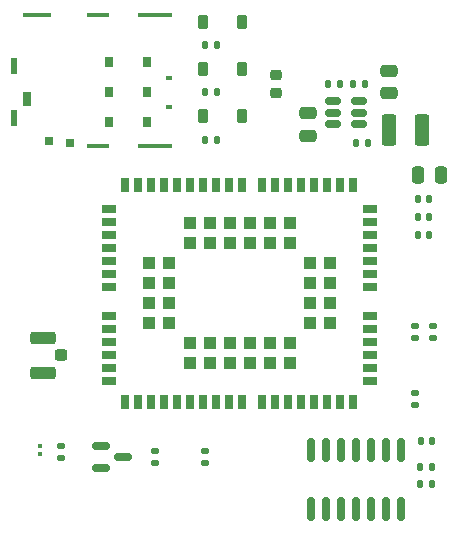
<source format=gbr>
%TF.GenerationSoftware,KiCad,Pcbnew,9.0.6*%
%TF.CreationDate,2025-12-31T00:22:08+05:30*%
%TF.ProjectId,c16qs-carrier-board,63313671-732d-4636-9172-726965722d62,rev?*%
%TF.SameCoordinates,Original*%
%TF.FileFunction,Paste,Top*%
%TF.FilePolarity,Positive*%
%FSLAX46Y46*%
G04 Gerber Fmt 4.6, Leading zero omitted, Abs format (unit mm)*
G04 Created by KiCad (PCBNEW 9.0.6) date 2025-12-31 00:22:08*
%MOMM*%
%LPD*%
G01*
G04 APERTURE LIST*
G04 Aperture macros list*
%AMRoundRect*
0 Rectangle with rounded corners*
0 $1 Rounding radius*
0 $2 $3 $4 $5 $6 $7 $8 $9 X,Y pos of 4 corners*
0 Add a 4 corners polygon primitive as box body*
4,1,4,$2,$3,$4,$5,$6,$7,$8,$9,$2,$3,0*
0 Add four circle primitives for the rounded corners*
1,1,$1+$1,$2,$3*
1,1,$1+$1,$4,$5*
1,1,$1+$1,$6,$7*
1,1,$1+$1,$8,$9*
0 Add four rect primitives between the rounded corners*
20,1,$1+$1,$2,$3,$4,$5,0*
20,1,$1+$1,$4,$5,$6,$7,0*
20,1,$1+$1,$6,$7,$8,$9,0*
20,1,$1+$1,$8,$9,$2,$3,0*%
G04 Aperture macros list end*
%ADD10RoundRect,0.135000X-0.185000X0.135000X-0.185000X-0.135000X0.185000X-0.135000X0.185000X0.135000X0*%
%ADD11RoundRect,0.225000X-0.250000X0.225000X-0.250000X-0.225000X0.250000X-0.225000X0.250000X0.225000X0*%
%ADD12RoundRect,0.140000X-0.140000X-0.170000X0.140000X-0.170000X0.140000X0.170000X-0.140000X0.170000X0*%
%ADD13RoundRect,0.250000X0.475000X-0.250000X0.475000X0.250000X-0.475000X0.250000X-0.475000X-0.250000X0*%
%ADD14RoundRect,0.135000X0.135000X0.185000X-0.135000X0.185000X-0.135000X-0.185000X0.135000X-0.185000X0*%
%ADD15RoundRect,0.150000X0.512500X0.150000X-0.512500X0.150000X-0.512500X-0.150000X0.512500X-0.150000X0*%
%ADD16RoundRect,0.135000X-0.135000X-0.185000X0.135000X-0.185000X0.135000X0.185000X-0.135000X0.185000X0*%
%ADD17RoundRect,0.250000X-0.375000X-1.075000X0.375000X-1.075000X0.375000X1.075000X-0.375000X1.075000X0*%
%ADD18RoundRect,0.150000X-0.587500X-0.150000X0.587500X-0.150000X0.587500X0.150000X-0.587500X0.150000X0*%
%ADD19RoundRect,0.250000X0.275000X0.250000X-0.275000X0.250000X-0.275000X-0.250000X0.275000X-0.250000X0*%
%ADD20RoundRect,0.250000X0.850000X0.275000X-0.850000X0.275000X-0.850000X-0.275000X0.850000X-0.275000X0*%
%ADD21RoundRect,0.225000X-0.225000X-0.375000X0.225000X-0.375000X0.225000X0.375000X-0.225000X0.375000X0*%
%ADD22RoundRect,0.150000X-0.150000X0.825000X-0.150000X-0.825000X0.150000X-0.825000X0.150000X0.825000X0*%
%ADD23RoundRect,0.140000X-0.170000X0.140000X-0.170000X-0.140000X0.170000X-0.140000X0.170000X0.140000X0*%
%ADD24RoundRect,0.079500X-0.100500X0.079500X-0.100500X-0.079500X0.100500X-0.079500X0.100500X0.079500X0*%
%ADD25R,0.700000X0.900000*%
%ADD26R,0.700000X0.700000*%
%ADD27R,0.650000X1.200000*%
%ADD28R,2.900000X0.450000*%
%ADD29R,1.900000X0.450000*%
%ADD30R,2.400000X0.450000*%
%ADD31R,0.500000X1.400000*%
%ADD32R,0.600000X0.300000*%
%ADD33R,0.700000X0.750000*%
%ADD34RoundRect,0.135000X0.185000X-0.135000X0.185000X0.135000X-0.185000X0.135000X-0.185000X-0.135000X0*%
%ADD35R,0.700000X1.150000*%
%ADD36R,1.150000X0.700000*%
%ADD37R,1.000000X1.000000*%
%ADD38RoundRect,0.250000X-0.250000X-0.475000X0.250000X-0.475000X0.250000X0.475000X-0.250000X0.475000X0*%
G04 APERTURE END LIST*
D10*
%TO.C,R11*%
X123250000Y-91340000D03*
X123250000Y-92360000D03*
%TD*%
D11*
%TO.C,C10*%
X133500000Y-59525000D03*
X133500000Y-61075000D03*
%TD*%
D10*
%TO.C,R10*%
X115350000Y-90940000D03*
X115350000Y-91960000D03*
%TD*%
D12*
%TO.C,C6*%
X140320000Y-65250000D03*
X141280000Y-65250000D03*
%TD*%
D10*
%TO.C,R2*%
X146800000Y-80740000D03*
X146800000Y-81760000D03*
%TD*%
D12*
%TO.C,C9*%
X145770000Y-90550000D03*
X146730000Y-90550000D03*
%TD*%
D13*
%TO.C,C7*%
X143050000Y-61050000D03*
X143050000Y-59150000D03*
%TD*%
D14*
%TO.C,R4*%
X138910000Y-60250000D03*
X137890000Y-60250000D03*
%TD*%
D12*
%TO.C,C4*%
X145520000Y-73100000D03*
X146480000Y-73100000D03*
%TD*%
D15*
%TO.C,U3*%
X140587500Y-63650000D03*
X140587500Y-62700000D03*
X140587500Y-61750000D03*
X138312500Y-61750000D03*
X138312500Y-62700000D03*
X138312500Y-63650000D03*
%TD*%
D16*
%TO.C,R5*%
X145740000Y-94150000D03*
X146760000Y-94150000D03*
%TD*%
D10*
%TO.C,R1*%
X145250000Y-80790000D03*
X145250000Y-81810000D03*
%TD*%
D17*
%TO.C,L1*%
X143050000Y-64150000D03*
X145850000Y-64150000D03*
%TD*%
D18*
%TO.C,Q1*%
X118712500Y-90900000D03*
X118712500Y-92800000D03*
X120587500Y-91850000D03*
%TD*%
D16*
%TO.C,R9*%
X127490000Y-65000000D03*
X128510000Y-65000000D03*
%TD*%
%TO.C,R7*%
X127490000Y-57000000D03*
X128510000Y-57000000D03*
%TD*%
D13*
%TO.C,C5*%
X136200000Y-64650000D03*
X136200000Y-62750000D03*
%TD*%
D12*
%TO.C,C2*%
X145520000Y-70050000D03*
X146480000Y-70050000D03*
%TD*%
D19*
%TO.C,J_RF1*%
X115280000Y-83250000D03*
D20*
X113755000Y-84725000D03*
X113755000Y-81775000D03*
%TD*%
D21*
%TO.C,D3*%
X127350000Y-63000000D03*
X130650000Y-63000000D03*
%TD*%
D22*
%TO.C,U_UART_LS1*%
X144090000Y-91300000D03*
X142820000Y-91300000D03*
X141550000Y-91300000D03*
X140280000Y-91300000D03*
X139010000Y-91300000D03*
X137740000Y-91300000D03*
X136470000Y-91300000D03*
X136470000Y-96250000D03*
X137740000Y-96250000D03*
X139010000Y-96250000D03*
X140280000Y-96250000D03*
X141550000Y-96250000D03*
X142820000Y-96250000D03*
X144090000Y-96250000D03*
%TD*%
D16*
%TO.C,R6*%
X145740000Y-92750000D03*
X146760000Y-92750000D03*
%TD*%
D23*
%TO.C,C8*%
X145250000Y-86470000D03*
X145250000Y-87430000D03*
%TD*%
D14*
%TO.C,R3*%
X141060000Y-60250000D03*
X140040000Y-60250000D03*
%TD*%
D12*
%TO.C,C3*%
X145520000Y-71550000D03*
X146480000Y-71550000D03*
%TD*%
D16*
%TO.C,R8*%
X127490000Y-61000000D03*
X128510000Y-61000000D03*
%TD*%
D24*
%TO.C,D2*%
X113500000Y-90955000D03*
X113500000Y-91645000D03*
%TD*%
D21*
%TO.C,D1*%
X127350000Y-55000000D03*
X130650000Y-55000000D03*
%TD*%
D25*
%TO.C,J_SIM1*%
X122575000Y-58440000D03*
X122575000Y-60980000D03*
X122575000Y-63520000D03*
X119405000Y-58440000D03*
X119405000Y-60980000D03*
X119405000Y-63520000D03*
D26*
X116075000Y-65250000D03*
D27*
X112400000Y-61530000D03*
D28*
X123275000Y-54425000D03*
D29*
X118425000Y-54425000D03*
D30*
X113275000Y-54425000D03*
D31*
X111325000Y-58780000D03*
D32*
X124425000Y-59760000D03*
X124425000Y-62200000D03*
D31*
X111325000Y-63200000D03*
D33*
X114275000Y-65075000D03*
D28*
X123275000Y-65575000D03*
D29*
X118425000Y-65575000D03*
%TD*%
D34*
%TO.C,R12*%
X127550000Y-92360000D03*
X127550000Y-91340000D03*
%TD*%
D21*
%TO.C,D4*%
X127350000Y-59000000D03*
X130650000Y-59000000D03*
%TD*%
D35*
%TO.C,U1*%
X120750000Y-87180000D03*
X121850000Y-87180000D03*
X122950000Y-87180000D03*
X124050000Y-87180000D03*
X125150000Y-87180000D03*
X126250000Y-87180000D03*
X127350000Y-87180000D03*
X128450000Y-87180000D03*
X129550000Y-87180000D03*
X130650000Y-87180000D03*
X132350000Y-87180000D03*
X133450000Y-87180000D03*
X134550000Y-87180000D03*
X135650000Y-87180000D03*
X136750000Y-87180000D03*
X137850000Y-87180000D03*
X138950000Y-87180000D03*
X140050000Y-87180000D03*
D36*
X141480000Y-85450000D03*
X141480000Y-84350000D03*
X141480000Y-83250000D03*
X141480000Y-82150000D03*
X141480000Y-81050000D03*
X141480000Y-79950000D03*
X141480000Y-77450000D03*
X141480000Y-76350000D03*
X141480000Y-75250000D03*
X141480000Y-74150000D03*
X141480000Y-73050000D03*
X141480000Y-71950000D03*
X141480000Y-70850000D03*
D35*
X140050000Y-68820000D03*
X138950000Y-68820000D03*
X137850000Y-68820000D03*
X136750000Y-68820000D03*
X135650000Y-68820000D03*
X134550000Y-68820000D03*
X133450000Y-68820000D03*
X132350000Y-68820000D03*
X130650000Y-68820000D03*
X129550000Y-68820000D03*
X128450000Y-68820000D03*
X127350000Y-68820000D03*
X126250000Y-68820000D03*
X125150000Y-68820000D03*
X124050000Y-68820000D03*
X122950000Y-68820000D03*
X121850000Y-68820000D03*
X120750000Y-68820000D03*
D36*
X119420000Y-70850000D03*
X119420000Y-71950000D03*
X119420000Y-73050000D03*
X119420000Y-74150000D03*
X119420000Y-75250000D03*
X119420000Y-76350000D03*
X119420000Y-77450000D03*
X119420000Y-79950000D03*
X119420000Y-81050000D03*
X119420000Y-82150000D03*
X119420000Y-83250000D03*
X119420000Y-84350000D03*
X119420000Y-85450000D03*
D37*
X126200000Y-83950000D03*
X127900000Y-83950000D03*
X129600000Y-83950000D03*
X131300000Y-83950000D03*
X133000000Y-83950000D03*
X134700000Y-83950000D03*
X138100000Y-80550000D03*
X138100000Y-78850000D03*
X138100000Y-77150000D03*
X138100000Y-75450000D03*
X134700000Y-72050000D03*
X133000000Y-72050000D03*
X131300000Y-72050000D03*
X129600000Y-72050000D03*
X127900000Y-72050000D03*
X126200000Y-72050000D03*
X122800000Y-75450000D03*
X122800000Y-77150000D03*
X122800000Y-78850000D03*
X122800000Y-80550000D03*
X126200000Y-82250000D03*
X127900000Y-82250000D03*
X129600000Y-82250000D03*
X131300000Y-82250000D03*
X133000000Y-82250000D03*
X134700000Y-82250000D03*
X136400000Y-80550000D03*
X136400000Y-78850000D03*
X136400000Y-77150000D03*
X136400000Y-75450000D03*
X134700000Y-73750000D03*
X133000000Y-73750000D03*
X131300000Y-73750000D03*
X129600000Y-73750000D03*
X127900000Y-73750000D03*
X126200000Y-73750000D03*
X124500000Y-75450000D03*
X124500000Y-77150000D03*
X124500000Y-78850000D03*
X124500000Y-80550000D03*
%TD*%
D38*
%TO.C,C1*%
X145550000Y-68000000D03*
X147450000Y-68000000D03*
%TD*%
M02*

</source>
